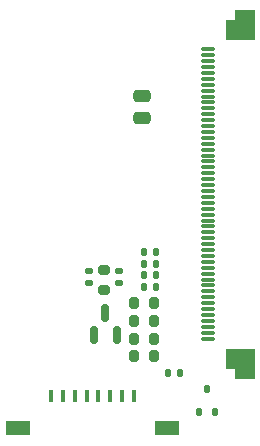
<source format=gtp>
G04 #@! TF.GenerationSoftware,KiCad,Pcbnew,8.0.4*
G04 #@! TF.CreationDate,2025-03-17T12:40:48-07:00*
G04 #@! TF.ProjectId,displaypcb,64697370-6c61-4797-9063-622e6b696361,2*
G04 #@! TF.SameCoordinates,Original*
G04 #@! TF.FileFunction,Paste,Top*
G04 #@! TF.FilePolarity,Positive*
%FSLAX46Y46*%
G04 Gerber Fmt 4.6, Leading zero omitted, Abs format (unit mm)*
G04 Created by KiCad (PCBNEW 8.0.4) date 2025-03-17 12:40:48*
%MOMM*%
%LPD*%
G01*
G04 APERTURE LIST*
G04 Aperture macros list*
%AMRoundRect*
0 Rectangle with rounded corners*
0 $1 Rounding radius*
0 $2 $3 $4 $5 $6 $7 $8 $9 X,Y pos of 4 corners*
0 Add a 4 corners polygon primitive as box body*
4,1,4,$2,$3,$4,$5,$6,$7,$8,$9,$2,$3,0*
0 Add four circle primitives for the rounded corners*
1,1,$1+$1,$2,$3*
1,1,$1+$1,$4,$5*
1,1,$1+$1,$6,$7*
1,1,$1+$1,$8,$9*
0 Add four rect primitives between the rounded corners*
20,1,$1+$1,$2,$3,$4,$5,0*
20,1,$1+$1,$4,$5,$6,$7,0*
20,1,$1+$1,$6,$7,$8,$9,0*
20,1,$1+$1,$8,$9,$2,$3,0*%
G04 Aperture macros list end*
%ADD10C,0.010000*%
%ADD11RoundRect,0.075000X0.525000X-0.075000X0.525000X0.075000X-0.525000X0.075000X-0.525000X-0.075000X0*%
%ADD12RoundRect,0.135000X-0.135000X-0.185000X0.135000X-0.185000X0.135000X0.185000X-0.135000X0.185000X0*%
%ADD13RoundRect,0.135000X0.185000X-0.135000X0.185000X0.135000X-0.185000X0.135000X-0.185000X-0.135000X0*%
%ADD14RoundRect,0.200000X0.200000X0.275000X-0.200000X0.275000X-0.200000X-0.275000X0.200000X-0.275000X0*%
%ADD15RoundRect,0.250000X0.475000X-0.250000X0.475000X0.250000X-0.475000X0.250000X-0.475000X-0.250000X0*%
%ADD16R,2.000000X1.300000*%
%ADD17R,0.400000X1.000000*%
%ADD18RoundRect,0.150000X0.150000X-0.587500X0.150000X0.587500X-0.150000X0.587500X-0.150000X-0.587500X0*%
%ADD19RoundRect,0.200000X0.275000X-0.200000X0.275000X0.200000X-0.275000X0.200000X-0.275000X-0.200000X0*%
%ADD20RoundRect,0.112500X-0.112500X-0.237500X0.112500X-0.237500X0.112500X0.237500X-0.112500X0.237500X0*%
G04 APERTURE END LIST*
D10*
X111700000Y-115550000D02*
X110100000Y-115550000D01*
X110100000Y-114750000D01*
X109300000Y-114750000D01*
X109300000Y-113150000D01*
X111700000Y-113150000D01*
X111700000Y-115550000D01*
G36*
X111700000Y-115550000D02*
G01*
X110100000Y-115550000D01*
X110100000Y-114750000D01*
X109300000Y-114750000D01*
X109300000Y-113150000D01*
X111700000Y-113150000D01*
X111700000Y-115550000D01*
G37*
X111700000Y-86850000D02*
X109300000Y-86850000D01*
X109300000Y-85250000D01*
X110100000Y-85250000D01*
X110100000Y-84450000D01*
X111700000Y-84450000D01*
X111700000Y-86850000D01*
G36*
X111700000Y-86850000D02*
G01*
X109300000Y-86850000D01*
X109300000Y-85250000D01*
X110100000Y-85250000D01*
X110100000Y-84450000D01*
X111700000Y-84450000D01*
X111700000Y-86850000D01*
G37*
D11*
X107800000Y-87750000D03*
X107800000Y-88250000D03*
X107800000Y-88750000D03*
X107800000Y-89250000D03*
X107800000Y-89750000D03*
X107800000Y-90250000D03*
X107800000Y-90750000D03*
X107800000Y-91250000D03*
X107800000Y-91750000D03*
X107800000Y-92250000D03*
X107800000Y-92750000D03*
X107800000Y-93250000D03*
X107800000Y-93750000D03*
X107800000Y-94250000D03*
X107800000Y-94750000D03*
X107800000Y-95250000D03*
X107800000Y-95750000D03*
X107800000Y-96250000D03*
X107800000Y-96750000D03*
X107800000Y-97250000D03*
X107800000Y-97750000D03*
X107800000Y-98250000D03*
X107800000Y-98750000D03*
X107800000Y-99250000D03*
X107800000Y-99750000D03*
X107800000Y-100250000D03*
X107800000Y-100750000D03*
X107800000Y-101250000D03*
X107800000Y-101750000D03*
X107800000Y-102250000D03*
X107800000Y-102750000D03*
X107800000Y-103250000D03*
X107800000Y-103750000D03*
X107800000Y-104250000D03*
X107800000Y-104750000D03*
X107800000Y-105250000D03*
X107800000Y-105750000D03*
X107800000Y-106250000D03*
X107800000Y-106750000D03*
X107800000Y-107250000D03*
X107800000Y-107750000D03*
X107800000Y-108250000D03*
X107800000Y-108750000D03*
X107800000Y-109250000D03*
X107800000Y-109750000D03*
X107800000Y-110250000D03*
X107800000Y-110750000D03*
X107800000Y-111250000D03*
X107800000Y-111750000D03*
X107800000Y-112250000D03*
D12*
X103360000Y-105900000D03*
X102340000Y-105900000D03*
D13*
X100250000Y-106490000D03*
X100250000Y-107510000D03*
D12*
X105409999Y-115200000D03*
X104390001Y-115200000D03*
D14*
X101525000Y-113750000D03*
X103175000Y-113750000D03*
D15*
X102200000Y-91700000D03*
X102200000Y-93599998D03*
D12*
X103360000Y-104900000D03*
X102340000Y-104900000D03*
D14*
X101525000Y-112250000D03*
X103175000Y-112250000D03*
D12*
X103360000Y-106900000D03*
X102340000Y-106900000D03*
D16*
X104300000Y-119790000D03*
X91700000Y-119790000D03*
D17*
X101500000Y-117090000D03*
X100500000Y-117090000D03*
X99500000Y-117090000D03*
X98500000Y-117090000D03*
X97500000Y-117090000D03*
X96500000Y-117090000D03*
X95500000Y-117090000D03*
X94500000Y-117090000D03*
D18*
X99100000Y-110062499D03*
X100050000Y-111937500D03*
X98150000Y-111937500D03*
D14*
X101525000Y-110750000D03*
X103175000Y-110750000D03*
D19*
X99000000Y-106475000D03*
X99000000Y-108125000D03*
D12*
X103360000Y-107900000D03*
X102340000Y-107900000D03*
D13*
X97750000Y-106490000D03*
X97750000Y-107510000D03*
D14*
X101525000Y-109250000D03*
X103175000Y-109250000D03*
D20*
X107700000Y-116500000D03*
X108350000Y-118500000D03*
X107050000Y-118500000D03*
M02*

</source>
